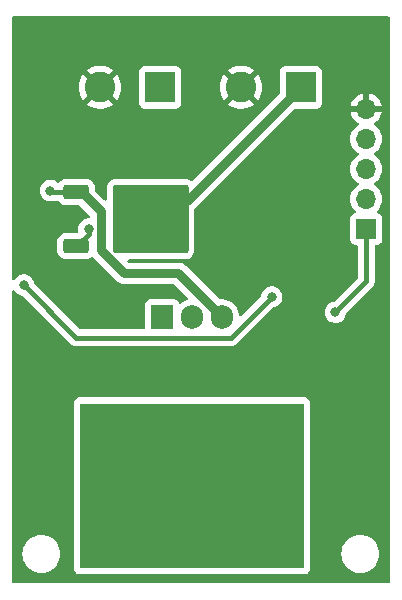
<source format=gbr>
%TF.GenerationSoftware,KiCad,Pcbnew,7.0.1*%
%TF.CreationDate,2023-06-22T21:15:45-04:00*%
%TF.ProjectId,lnbf-psu,6c6e6266-2d70-4737-952e-6b696361645f,1*%
%TF.SameCoordinates,Original*%
%TF.FileFunction,Copper,L2,Bot*%
%TF.FilePolarity,Positive*%
%FSLAX46Y46*%
G04 Gerber Fmt 4.6, Leading zero omitted, Abs format (unit mm)*
G04 Created by KiCad (PCBNEW 7.0.1) date 2023-06-22 21:15:45*
%MOMM*%
%LPD*%
G01*
G04 APERTURE LIST*
G04 Aperture macros list*
%AMRoundRect*
0 Rectangle with rounded corners*
0 $1 Rounding radius*
0 $2 $3 $4 $5 $6 $7 $8 $9 X,Y pos of 4 corners*
0 Add a 4 corners polygon primitive as box body*
4,1,4,$2,$3,$4,$5,$6,$7,$8,$9,$2,$3,0*
0 Add four circle primitives for the rounded corners*
1,1,$1+$1,$2,$3*
1,1,$1+$1,$4,$5*
1,1,$1+$1,$6,$7*
1,1,$1+$1,$8,$9*
0 Add four rect primitives between the rounded corners*
20,1,$1+$1,$2,$3,$4,$5,0*
20,1,$1+$1,$4,$5,$6,$7,0*
20,1,$1+$1,$6,$7,$8,$9,0*
20,1,$1+$1,$8,$9,$2,$3,0*%
G04 Aperture macros list end*
%TA.AperFunction,ComponentPad*%
%ADD10R,1.700000X1.700000*%
%TD*%
%TA.AperFunction,ComponentPad*%
%ADD11O,1.700000X1.700000*%
%TD*%
%TA.AperFunction,ComponentPad*%
%ADD12C,0.800000*%
%TD*%
%TA.AperFunction,SMDPad,CuDef*%
%ADD13R,19.000000X14.000000*%
%TD*%
%TA.AperFunction,ComponentPad*%
%ADD14R,2.600000X2.600000*%
%TD*%
%TA.AperFunction,ComponentPad*%
%ADD15C,2.600000*%
%TD*%
%TA.AperFunction,SMDPad,CuDef*%
%ADD16RoundRect,0.250000X-0.850000X-0.350000X0.850000X-0.350000X0.850000X0.350000X-0.850000X0.350000X0*%
%TD*%
%TA.AperFunction,SMDPad,CuDef*%
%ADD17RoundRect,0.250000X-1.275000X-1.125000X1.275000X-1.125000X1.275000X1.125000X-1.275000X1.125000X0*%
%TD*%
%TA.AperFunction,SMDPad,CuDef*%
%ADD18RoundRect,0.249997X-2.950003X-2.650003X2.950003X-2.650003X2.950003X2.650003X-2.950003X2.650003X0*%
%TD*%
%TA.AperFunction,ComponentPad*%
%ADD19R,1.905000X2.000000*%
%TD*%
%TA.AperFunction,ComponentPad*%
%ADD20O,1.905000X2.000000*%
%TD*%
%TA.AperFunction,ViaPad*%
%ADD21C,0.800000*%
%TD*%
%TA.AperFunction,Conductor*%
%ADD22C,0.800000*%
%TD*%
%TA.AperFunction,Conductor*%
%ADD23C,0.400000*%
%TD*%
G04 APERTURE END LIST*
D10*
%TO.P,J3,1,Pin_1*%
%TO.N,+5V*%
X173000000Y-110000000D03*
D11*
%TO.P,J3,2,Pin_2*%
%TO.N,unconnected-(J3-Pin_2-Pad2)*%
X173000000Y-107460000D03*
%TO.P,J3,3,Pin_3*%
%TO.N,Net-(J3-Pin_3)*%
X173000000Y-104920000D03*
%TO.P,J3,4,Pin_4*%
%TO.N,Net-(J3-Pin_4)*%
X173000000Y-102380000D03*
%TO.P,J3,5,Pin_5*%
%TO.N,GND*%
X173000000Y-99840000D03*
%TD*%
D12*
%TO.P,HS1,1*%
%TO.N,unconnected-(HS1-Pad1)*%
X150250000Y-137750000D03*
X152250000Y-137750000D03*
X154250000Y-137750000D03*
X156250000Y-137750000D03*
X158250000Y-137750000D03*
X160250000Y-137750000D03*
X162250000Y-137750000D03*
X164250000Y-137750000D03*
X166250000Y-137750000D03*
X150250000Y-135750000D03*
X152250000Y-135750000D03*
X154250000Y-135750000D03*
X162250000Y-135750000D03*
X164250000Y-135750000D03*
X166250000Y-135750000D03*
X150250000Y-133750000D03*
X152250000Y-133750000D03*
X154250000Y-133750000D03*
X162250000Y-133750000D03*
X164250000Y-133750000D03*
X166250000Y-133750000D03*
X150250000Y-131750000D03*
X152250000Y-131750000D03*
X154250000Y-131750000D03*
D13*
X158250000Y-131750000D03*
D12*
X162250000Y-131750000D03*
X164250000Y-131750000D03*
X166250000Y-131750000D03*
X150250000Y-129750000D03*
X152250000Y-129750000D03*
X154250000Y-129750000D03*
X156250000Y-129750000D03*
X158250000Y-129750000D03*
X160250000Y-129750000D03*
X162250000Y-129750000D03*
X164250000Y-129750000D03*
X166250000Y-129750000D03*
X150250000Y-127750000D03*
X152250000Y-127750000D03*
X154250000Y-127750000D03*
X156250000Y-127750000D03*
X158250000Y-127750000D03*
X160250000Y-127750000D03*
X162250000Y-127750000D03*
X164250000Y-127750000D03*
X166250000Y-127750000D03*
X150250000Y-125750000D03*
X152250000Y-125750000D03*
X154250000Y-125750000D03*
X156250000Y-125750000D03*
X158250000Y-125750000D03*
X160250000Y-125750000D03*
X162250000Y-125750000D03*
X164250000Y-125750000D03*
X166250000Y-125750000D03*
%TD*%
D14*
%TO.P,J1,1,Pin_1*%
%TO.N,Net-(J1-Pin_1)*%
X167465000Y-98000000D03*
D15*
%TO.P,J1,2,Pin_2*%
%TO.N,GND*%
X162385000Y-98000000D03*
%TD*%
D14*
%TO.P,J2,1,Pin_1*%
%TO.N,Net-(J2-Pin_1)*%
X155545000Y-98000000D03*
D15*
%TO.P,J2,2,Pin_2*%
%TO.N,GND*%
X150465000Y-98000000D03*
%TD*%
D16*
%TO.P,Q2,1,G*%
%TO.N,Net-(Q2-G)*%
X148437500Y-111455000D03*
D17*
%TO.P,Q2,2,S*%
%TO.N,Net-(J1-Pin_1)*%
X153062500Y-107650000D03*
X153062500Y-110700000D03*
D18*
X154737500Y-109175000D03*
D17*
X156412500Y-107650000D03*
X156412500Y-110700000D03*
D16*
%TO.P,Q2,3,D*%
%TO.N,Net-(Q2-D)*%
X148437500Y-106895000D03*
%TD*%
D19*
%TO.P,U1,1,ADJ*%
%TO.N,Net-(U1-ADJ)*%
X155710000Y-117450000D03*
D20*
%TO.P,U1,2,VO*%
%TO.N,Net-(J2-Pin_1)*%
X158250000Y-117450000D03*
%TO.P,U1,3,VI*%
%TO.N,Net-(Q2-D)*%
X160790000Y-117450000D03*
%TD*%
D21*
%TO.N,Net-(Q2-D)*%
X146250000Y-106750000D03*
%TO.N,GND*%
X145000000Y-95000000D03*
X145000000Y-124000000D03*
X147000000Y-130000000D03*
X171000000Y-99000000D03*
X174200000Y-122800000D03*
X165100000Y-118200000D03*
X145000000Y-130000000D03*
X169000000Y-117000000D03*
X173000000Y-97000000D03*
X171000000Y-95000000D03*
X162000000Y-106000000D03*
X171000000Y-97000000D03*
X145000000Y-93000000D03*
X172500000Y-119750000D03*
X165600000Y-113200000D03*
X173000000Y-93000000D03*
X151000000Y-102000000D03*
X166000000Y-106000000D03*
X151000000Y-104000000D03*
X166000000Y-104000000D03*
X170000000Y-104000000D03*
X147000000Y-128000000D03*
X147000000Y-126000000D03*
X153000000Y-102000000D03*
X145000000Y-128000000D03*
X168000000Y-104000000D03*
X145000000Y-126000000D03*
X173000000Y-95000000D03*
X170000000Y-106000000D03*
X168000000Y-106000000D03*
X164000000Y-108000000D03*
X149000000Y-102000000D03*
X149000000Y-104000000D03*
X164000000Y-106000000D03*
X147000000Y-124000000D03*
X164000000Y-104000000D03*
%TO.N,+5V*%
X170387655Y-117048846D03*
%TO.N,Net-(J3-Pin_3)*%
X165000000Y-115750000D03*
X144000000Y-114750000D03*
%TO.N,Net-(Q2-G)*%
X149500000Y-110000000D03*
%TD*%
D22*
%TO.N,Net-(Q2-D)*%
X157090000Y-113750000D02*
X160790000Y-117450000D01*
X152500000Y-113750000D02*
X157090000Y-113750000D01*
D23*
X146395000Y-106895000D02*
X146250000Y-106750000D01*
X148437500Y-106895000D02*
X146395000Y-106895000D01*
D22*
X148437500Y-106895000D02*
X148895000Y-106895000D01*
X150500000Y-111750000D02*
X152500000Y-113750000D01*
X150500000Y-108500000D02*
X150500000Y-111750000D01*
X148895000Y-106895000D02*
X150500000Y-108500000D01*
D23*
%TO.N,GND*%
X167800000Y-118200000D02*
X169000000Y-117000000D01*
X165100000Y-118200000D02*
X167800000Y-118200000D01*
D22*
%TO.N,Net-(J1-Pin_1)*%
X156412500Y-107650000D02*
X157815000Y-107650000D01*
X157815000Y-107650000D02*
X167465000Y-98000000D01*
D23*
%TO.N,+5V*%
X173000000Y-114436501D02*
X173000000Y-110000000D01*
X170387655Y-117048846D02*
X173000000Y-114436501D01*
%TO.N,Net-(J3-Pin_3)*%
X148450000Y-119200000D02*
X161550000Y-119200000D01*
X161550000Y-119200000D02*
X165000000Y-115750000D01*
X144000000Y-114750000D02*
X148450000Y-119200000D01*
%TO.N,Net-(Q2-G)*%
X149500000Y-110392500D02*
X148437500Y-111455000D01*
X149500000Y-110000000D02*
X149500000Y-110392500D01*
%TD*%
%TA.AperFunction,Conductor*%
%TO.N,GND*%
G36*
X174937500Y-92017113D02*
G01*
X174982887Y-92062500D01*
X174999500Y-92124500D01*
X174999500Y-139875500D01*
X174982887Y-139937500D01*
X174937500Y-139982887D01*
X174875500Y-139999500D01*
X143124500Y-139999500D01*
X143062500Y-139982887D01*
X143017113Y-139937500D01*
X143000500Y-139875500D01*
X143000500Y-137499999D01*
X143894551Y-137499999D01*
X143914317Y-137751149D01*
X143973126Y-137996110D01*
X144021330Y-138112484D01*
X144069534Y-138228859D01*
X144201164Y-138443659D01*
X144364776Y-138635224D01*
X144556341Y-138798836D01*
X144771141Y-138930466D01*
X145003889Y-139026873D01*
X145248852Y-139085683D01*
X145437118Y-139100500D01*
X145562879Y-139100500D01*
X145562882Y-139100500D01*
X145751148Y-139085683D01*
X145996111Y-139026873D01*
X146228859Y-138930466D01*
X146443659Y-138798836D01*
X146444791Y-138797869D01*
X148249500Y-138797869D01*
X148255909Y-138857483D01*
X148306204Y-138992331D01*
X148392454Y-139107546D01*
X148507669Y-139193796D01*
X148642517Y-139244091D01*
X148702127Y-139250500D01*
X167797872Y-139250499D01*
X167857483Y-139244091D01*
X167992331Y-139193796D01*
X168107546Y-139107546D01*
X168193796Y-138992331D01*
X168244091Y-138857483D01*
X168250500Y-138797873D01*
X168250500Y-137499999D01*
X170894551Y-137499999D01*
X170914317Y-137751149D01*
X170973126Y-137996110D01*
X171021330Y-138112484D01*
X171069534Y-138228859D01*
X171201164Y-138443659D01*
X171364776Y-138635224D01*
X171556341Y-138798836D01*
X171771141Y-138930466D01*
X172003889Y-139026873D01*
X172248852Y-139085683D01*
X172437118Y-139100500D01*
X172562879Y-139100500D01*
X172562882Y-139100500D01*
X172751148Y-139085683D01*
X172996111Y-139026873D01*
X173228859Y-138930466D01*
X173443659Y-138798836D01*
X173635224Y-138635224D01*
X173798836Y-138443659D01*
X173930466Y-138228859D01*
X174026873Y-137996111D01*
X174085683Y-137751148D01*
X174105449Y-137500000D01*
X174085683Y-137248852D01*
X174026873Y-137003889D01*
X173930466Y-136771141D01*
X173798836Y-136556341D01*
X173635224Y-136364776D01*
X173443659Y-136201164D01*
X173228859Y-136069534D01*
X173112484Y-136021330D01*
X172996110Y-135973126D01*
X172751149Y-135914317D01*
X172704081Y-135910612D01*
X172562882Y-135899500D01*
X172437118Y-135899500D01*
X172324158Y-135908390D01*
X172248850Y-135914317D01*
X172003889Y-135973126D01*
X171771139Y-136069535D01*
X171556342Y-136201163D01*
X171364776Y-136364776D01*
X171201163Y-136556342D01*
X171069535Y-136771139D01*
X170973126Y-137003889D01*
X170914317Y-137248850D01*
X170894551Y-137499999D01*
X168250500Y-137499999D01*
X168250499Y-124702128D01*
X168244091Y-124642517D01*
X168193796Y-124507669D01*
X168107546Y-124392454D01*
X167992331Y-124306204D01*
X167857483Y-124255909D01*
X167797873Y-124249500D01*
X167797869Y-124249500D01*
X148702130Y-124249500D01*
X148642515Y-124255909D01*
X148507669Y-124306204D01*
X148392454Y-124392454D01*
X148306204Y-124507668D01*
X148255909Y-124642516D01*
X148249500Y-124702130D01*
X148249500Y-138797869D01*
X146444791Y-138797869D01*
X146635224Y-138635224D01*
X146798836Y-138443659D01*
X146930466Y-138228859D01*
X147026873Y-137996111D01*
X147085683Y-137751148D01*
X147105449Y-137500000D01*
X147085683Y-137248852D01*
X147026873Y-137003889D01*
X146930466Y-136771141D01*
X146798836Y-136556341D01*
X146635224Y-136364776D01*
X146443659Y-136201164D01*
X146228859Y-136069534D01*
X146112484Y-136021330D01*
X145996110Y-135973126D01*
X145751149Y-135914317D01*
X145704081Y-135910612D01*
X145562882Y-135899500D01*
X145437118Y-135899500D01*
X145324158Y-135908390D01*
X145248850Y-135914317D01*
X145003889Y-135973126D01*
X144771139Y-136069535D01*
X144556342Y-136201163D01*
X144364776Y-136364776D01*
X144201163Y-136556342D01*
X144069535Y-136771139D01*
X143973126Y-137003889D01*
X143914317Y-137248850D01*
X143894551Y-137499999D01*
X143000500Y-137499999D01*
X143000500Y-115282590D01*
X143017113Y-115220590D01*
X143062500Y-115175203D01*
X143124500Y-115158590D01*
X143186500Y-115175203D01*
X143231887Y-115220590D01*
X143267466Y-115282216D01*
X143394129Y-115422889D01*
X143547269Y-115534151D01*
X143720197Y-115611144D01*
X143875126Y-115644075D01*
X143908513Y-115656391D01*
X143937027Y-115677684D01*
X147937058Y-119677715D01*
X147942178Y-119683153D01*
X147982071Y-119728183D01*
X147982072Y-119728184D01*
X148031569Y-119762349D01*
X148037602Y-119766788D01*
X148084943Y-119803877D01*
X148094174Y-119808031D01*
X148113726Y-119819058D01*
X148122070Y-119824818D01*
X148178322Y-119846151D01*
X148185228Y-119849012D01*
X148240068Y-119873694D01*
X148250030Y-119875519D01*
X148271650Y-119881546D01*
X148281125Y-119885139D01*
X148281128Y-119885140D01*
X148340856Y-119892392D01*
X148348201Y-119893509D01*
X148407394Y-119904357D01*
X148467422Y-119900726D01*
X148474910Y-119900500D01*
X161525079Y-119900500D01*
X161532566Y-119900726D01*
X161535706Y-119900915D01*
X161592606Y-119904358D01*
X161651782Y-119893513D01*
X161659181Y-119892387D01*
X161718872Y-119885140D01*
X161728335Y-119881550D01*
X161749958Y-119875522D01*
X161759932Y-119873695D01*
X161814808Y-119848996D01*
X161821673Y-119846152D01*
X161877930Y-119824818D01*
X161886270Y-119819060D01*
X161905819Y-119808035D01*
X161915057Y-119803878D01*
X161962413Y-119766775D01*
X161968420Y-119762355D01*
X162017929Y-119728183D01*
X162057823Y-119683150D01*
X162062924Y-119677731D01*
X164691810Y-117048846D01*
X169482195Y-117048846D01*
X169492088Y-117142974D01*
X169501981Y-117237103D01*
X169560475Y-117417130D01*
X169655121Y-117581062D01*
X169781784Y-117721735D01*
X169934924Y-117832997D01*
X170107852Y-117909990D01*
X170293007Y-117949346D01*
X170293009Y-117949346D01*
X170482301Y-117949346D01*
X170482303Y-117949346D01*
X170605739Y-117923108D01*
X170667458Y-117909990D01*
X170840385Y-117832997D01*
X170993526Y-117721734D01*
X171120188Y-117581062D01*
X171214834Y-117417130D01*
X171273329Y-117237102D01*
X171278519Y-117187712D01*
X171289918Y-117147296D01*
X171314155Y-117113001D01*
X173477731Y-114949425D01*
X173483150Y-114944324D01*
X173528183Y-114904430D01*
X173562377Y-114854890D01*
X173566770Y-114848920D01*
X173603878Y-114801557D01*
X173608035Y-114792319D01*
X173619061Y-114772769D01*
X173624818Y-114764431D01*
X173646152Y-114708175D01*
X173648994Y-114701312D01*
X173673695Y-114646432D01*
X173675522Y-114636457D01*
X173681549Y-114614840D01*
X173685140Y-114605373D01*
X173692387Y-114545680D01*
X173693514Y-114538278D01*
X173704358Y-114479107D01*
X173700726Y-114419067D01*
X173700500Y-114411580D01*
X173700500Y-111474499D01*
X173717113Y-111412499D01*
X173762500Y-111367112D01*
X173824500Y-111350499D01*
X173897870Y-111350499D01*
X173897872Y-111350499D01*
X173957483Y-111344091D01*
X174092331Y-111293796D01*
X174207546Y-111207546D01*
X174293796Y-111092331D01*
X174344091Y-110957483D01*
X174350500Y-110897873D01*
X174350499Y-109102128D01*
X174344091Y-109042517D01*
X174293796Y-108907669D01*
X174207546Y-108792454D01*
X174092331Y-108706204D01*
X174030898Y-108683291D01*
X173960916Y-108657189D01*
X173910537Y-108622209D01*
X173883084Y-108567365D01*
X173885273Y-108506072D01*
X173916566Y-108453329D01*
X174038495Y-108331401D01*
X174174035Y-108137830D01*
X174273903Y-107923663D01*
X174335063Y-107695408D01*
X174355659Y-107460000D01*
X174335063Y-107224592D01*
X174273903Y-106996337D01*
X174174035Y-106782171D01*
X174038495Y-106588599D01*
X173871401Y-106421505D01*
X173685839Y-106291573D01*
X173646974Y-106247255D01*
X173632964Y-106189999D01*
X173646975Y-106132742D01*
X173685837Y-106088428D01*
X173871401Y-105958495D01*
X174038495Y-105791401D01*
X174174035Y-105597830D01*
X174273903Y-105383663D01*
X174335063Y-105155408D01*
X174355659Y-104920000D01*
X174335063Y-104684592D01*
X174273903Y-104456337D01*
X174174035Y-104242171D01*
X174038495Y-104048599D01*
X173871401Y-103881505D01*
X173685839Y-103751573D01*
X173646976Y-103707257D01*
X173632965Y-103650000D01*
X173646976Y-103592743D01*
X173685839Y-103548426D01*
X173871401Y-103418495D01*
X174038495Y-103251401D01*
X174174035Y-103057830D01*
X174273903Y-102843663D01*
X174335063Y-102615408D01*
X174355659Y-102380000D01*
X174335063Y-102144592D01*
X174273903Y-101916337D01*
X174174035Y-101702171D01*
X174038495Y-101508599D01*
X173871401Y-101341505D01*
X173685402Y-101211267D01*
X173646539Y-101166951D01*
X173632528Y-101109694D01*
X173646539Y-101052437D01*
X173685405Y-101008119D01*
X173871078Y-100878109D01*
X174038106Y-100711081D01*
X174173600Y-100517576D01*
X174273430Y-100303492D01*
X174330636Y-100090000D01*
X171669364Y-100090000D01*
X171726569Y-100303492D01*
X171826399Y-100517576D01*
X171961893Y-100711081D01*
X172128918Y-100878106D01*
X172314595Y-101008119D01*
X172353460Y-101052437D01*
X172367471Y-101109694D01*
X172353460Y-101166951D01*
X172314595Y-101211269D01*
X172128595Y-101341508D01*
X171961505Y-101508598D01*
X171825965Y-101702170D01*
X171726097Y-101916336D01*
X171664936Y-102144592D01*
X171644340Y-102379999D01*
X171664936Y-102615407D01*
X171709709Y-102782501D01*
X171726097Y-102843663D01*
X171825965Y-103057830D01*
X171961505Y-103251401D01*
X172128599Y-103418495D01*
X172314160Y-103548426D01*
X172353024Y-103592743D01*
X172367035Y-103650000D01*
X172353024Y-103707257D01*
X172314159Y-103751575D01*
X172128595Y-103881508D01*
X171961505Y-104048598D01*
X171825965Y-104242170D01*
X171726097Y-104456336D01*
X171664936Y-104684592D01*
X171644340Y-104920000D01*
X171664936Y-105155407D01*
X171709709Y-105322501D01*
X171726097Y-105383663D01*
X171825965Y-105597830D01*
X171961505Y-105791401D01*
X172128599Y-105958495D01*
X172314160Y-106088426D01*
X172353024Y-106132743D01*
X172367035Y-106190000D01*
X172353024Y-106247257D01*
X172314159Y-106291575D01*
X172128595Y-106421508D01*
X171961505Y-106588598D01*
X171825965Y-106782170D01*
X171726097Y-106996336D01*
X171664936Y-107224592D01*
X171644340Y-107459999D01*
X171664936Y-107695407D01*
X171703067Y-107837712D01*
X171726097Y-107923663D01*
X171825965Y-108137830D01*
X171961505Y-108331401D01*
X171961508Y-108331404D01*
X172083430Y-108453326D01*
X172114726Y-108506072D01*
X172116915Y-108567365D01*
X172089462Y-108622209D01*
X172039083Y-108657189D01*
X171907669Y-108706204D01*
X171792454Y-108792454D01*
X171706204Y-108907668D01*
X171655909Y-109042515D01*
X171655909Y-109042517D01*
X171649672Y-109100532D01*
X171649500Y-109102130D01*
X171649500Y-110897869D01*
X171655341Y-110952202D01*
X171655909Y-110957483D01*
X171706204Y-111092331D01*
X171792454Y-111207546D01*
X171907669Y-111293796D01*
X172042517Y-111344091D01*
X172102127Y-111350500D01*
X172175500Y-111350500D01*
X172237500Y-111367113D01*
X172282887Y-111412500D01*
X172299500Y-111474500D01*
X172299500Y-114094982D01*
X172290061Y-114142435D01*
X172263181Y-114182663D01*
X170324682Y-116121161D01*
X170296169Y-116142453D01*
X170262782Y-116154770D01*
X170107852Y-116187701D01*
X169934924Y-116264694D01*
X169781784Y-116375956D01*
X169655121Y-116516629D01*
X169560475Y-116680561D01*
X169501981Y-116860588D01*
X169501980Y-116860590D01*
X169501981Y-116860590D01*
X169482195Y-117048846D01*
X164691810Y-117048846D01*
X165062975Y-116677681D01*
X165091486Y-116656391D01*
X165124872Y-116644075D01*
X165279803Y-116611144D01*
X165452730Y-116534151D01*
X165605871Y-116422888D01*
X165732533Y-116282216D01*
X165827179Y-116118284D01*
X165885674Y-115938256D01*
X165905460Y-115750000D01*
X165885674Y-115561744D01*
X165827179Y-115381716D01*
X165827179Y-115381715D01*
X165732533Y-115217783D01*
X165605870Y-115077110D01*
X165452730Y-114965848D01*
X165279802Y-114888855D01*
X165094648Y-114849500D01*
X165094646Y-114849500D01*
X164905354Y-114849500D01*
X164905352Y-114849500D01*
X164720197Y-114888855D01*
X164547269Y-114965848D01*
X164394129Y-115077110D01*
X164267466Y-115217783D01*
X164172820Y-115381715D01*
X164114325Y-115561746D01*
X164109134Y-115611129D01*
X164097734Y-115651549D01*
X164073495Y-115685846D01*
X162445476Y-117313866D01*
X162384494Y-117347276D01*
X162315117Y-117342609D01*
X162259160Y-117301332D01*
X162234219Y-117236425D01*
X162228095Y-117162528D01*
X162228095Y-117162524D01*
X162168983Y-116929095D01*
X162072255Y-116708578D01*
X161940551Y-116506990D01*
X161777463Y-116329829D01*
X161587439Y-116181928D01*
X161375664Y-116067321D01*
X161375660Y-116067319D01*
X161375659Y-116067319D01*
X161147915Y-115989134D01*
X160910399Y-115949500D01*
X160669601Y-115949500D01*
X160641199Y-115954239D01*
X160582960Y-115950018D01*
X160533110Y-115919611D01*
X157783764Y-113170265D01*
X157771125Y-113155467D01*
X157762888Y-113144129D01*
X157712482Y-113098743D01*
X157707773Y-113094274D01*
X157693382Y-113079883D01*
X157677556Y-113067066D01*
X157672626Y-113062855D01*
X157622215Y-113017466D01*
X157610076Y-113010458D01*
X157594043Y-112999439D01*
X157583149Y-112990617D01*
X157583147Y-112990616D01*
X157583146Y-112990615D01*
X157522713Y-112959823D01*
X157517008Y-112956725D01*
X157458283Y-112922820D01*
X157444953Y-112918489D01*
X157426974Y-112911042D01*
X157414487Y-112904679D01*
X157348976Y-112887125D01*
X157342754Y-112885282D01*
X157278254Y-112864325D01*
X157264315Y-112862860D01*
X157245187Y-112859315D01*
X157231645Y-112855686D01*
X157163909Y-112852136D01*
X157157445Y-112851627D01*
X157137198Y-112849500D01*
X157137192Y-112849500D01*
X157116826Y-112849500D01*
X157110337Y-112849330D01*
X157105375Y-112849069D01*
X157042612Y-112845781D01*
X157042611Y-112845781D01*
X157035076Y-112846974D01*
X157028771Y-112847973D01*
X157009374Y-112849500D01*
X152924361Y-112849500D01*
X152876908Y-112840061D01*
X152836680Y-112813181D01*
X152810680Y-112787181D01*
X152780430Y-112737818D01*
X152775888Y-112680102D01*
X152798043Y-112626615D01*
X152842066Y-112589015D01*
X152898361Y-112575500D01*
X157737512Y-112575500D01*
X157840300Y-112564999D01*
X158006836Y-112509815D01*
X158039263Y-112489814D01*
X158156157Y-112417712D01*
X158280212Y-112293657D01*
X158372314Y-112144338D01*
X158427499Y-111977799D01*
X158429543Y-111957797D01*
X158438000Y-111875012D01*
X158438000Y-108355999D01*
X158448720Y-108305564D01*
X158479027Y-108263850D01*
X158487886Y-108255873D01*
X158487886Y-108255872D01*
X158487888Y-108255871D01*
X158496129Y-108244526D01*
X158508760Y-108229737D01*
X166901680Y-99836818D01*
X166941909Y-99809938D01*
X166989362Y-99800499D01*
X168812870Y-99800499D01*
X168812872Y-99800499D01*
X168872483Y-99794091D01*
X169007331Y-99743796D01*
X169122546Y-99657546D01*
X169173111Y-99590000D01*
X171669364Y-99590000D01*
X172750000Y-99590000D01*
X172750000Y-98509364D01*
X173250000Y-98509364D01*
X173250000Y-99590000D01*
X174330636Y-99590000D01*
X174330635Y-99589999D01*
X174273430Y-99376507D01*
X174173599Y-99162421D01*
X174038109Y-98968921D01*
X173871081Y-98801893D01*
X173677576Y-98666399D01*
X173463492Y-98566569D01*
X173250000Y-98509364D01*
X172750000Y-98509364D01*
X172749999Y-98509364D01*
X172536507Y-98566569D01*
X172322421Y-98666400D01*
X172128921Y-98801890D01*
X171961890Y-98968921D01*
X171826400Y-99162421D01*
X171726569Y-99376507D01*
X171669364Y-99589999D01*
X171669364Y-99590000D01*
X169173111Y-99590000D01*
X169208796Y-99542331D01*
X169259091Y-99407483D01*
X169265500Y-99347873D01*
X169265499Y-96652128D01*
X169259091Y-96592517D01*
X169208796Y-96457669D01*
X169122546Y-96342454D01*
X169007331Y-96256204D01*
X168872483Y-96205909D01*
X168812873Y-96199500D01*
X168812869Y-96199500D01*
X166117130Y-96199500D01*
X166057515Y-96205909D01*
X165922669Y-96256204D01*
X165807454Y-96342454D01*
X165721204Y-96457668D01*
X165670909Y-96592516D01*
X165664500Y-96652131D01*
X165664500Y-98475637D01*
X165655061Y-98523090D01*
X165628181Y-98563318D01*
X158289225Y-105902273D01*
X158242823Y-105931520D01*
X158188343Y-105937887D01*
X158136447Y-105920130D01*
X158006838Y-105840185D01*
X157840299Y-105785000D01*
X157737512Y-105774500D01*
X151737488Y-105774500D01*
X151634700Y-105785000D01*
X151468161Y-105840185D01*
X151318842Y-105932287D01*
X151194787Y-106056342D01*
X151102685Y-106205661D01*
X151047500Y-106372200D01*
X151037000Y-106474988D01*
X151037000Y-107464138D01*
X151023485Y-107520433D01*
X150985885Y-107564456D01*
X150932398Y-107586611D01*
X150874682Y-107582069D01*
X150825319Y-107551819D01*
X150074318Y-106800819D01*
X150047438Y-106760591D01*
X150037999Y-106713138D01*
X150037999Y-106494991D01*
X150027499Y-106392203D01*
X149994154Y-106291575D01*
X149972314Y-106225666D01*
X149880686Y-106077112D01*
X149880211Y-106076342D01*
X149756157Y-105952288D01*
X149606834Y-105860186D01*
X149440297Y-105805000D01*
X149337509Y-105794500D01*
X147537491Y-105794500D01*
X147434703Y-105805000D01*
X147268165Y-105860186D01*
X147118842Y-105952288D01*
X147010772Y-106060359D01*
X146961409Y-106090609D01*
X146903693Y-106095151D01*
X146850206Y-106072996D01*
X146702730Y-105965849D01*
X146702729Y-105965848D01*
X146702727Y-105965847D01*
X146529802Y-105888855D01*
X146344648Y-105849500D01*
X146344646Y-105849500D01*
X146155354Y-105849500D01*
X146155352Y-105849500D01*
X145970197Y-105888855D01*
X145797269Y-105965848D01*
X145644129Y-106077110D01*
X145517466Y-106217783D01*
X145422820Y-106381715D01*
X145364326Y-106561742D01*
X145344540Y-106749999D01*
X145364326Y-106938257D01*
X145422820Y-107118284D01*
X145517466Y-107282216D01*
X145644129Y-107422889D01*
X145797269Y-107534151D01*
X145970197Y-107611144D01*
X146155352Y-107650500D01*
X146155354Y-107650500D01*
X146344646Y-107650500D01*
X146344648Y-107650500D01*
X146529801Y-107611145D01*
X146540863Y-107606220D01*
X146591298Y-107595500D01*
X146852702Y-107595500D01*
X146913134Y-107611223D01*
X146958241Y-107654404D01*
X146994788Y-107713657D01*
X147118842Y-107837711D01*
X147118844Y-107837712D01*
X147268166Y-107929814D01*
X147379517Y-107966712D01*
X147434702Y-107984999D01*
X147445203Y-107986071D01*
X147537491Y-107995500D01*
X148670638Y-107995499D01*
X148718091Y-108004938D01*
X148758319Y-108031818D01*
X149563181Y-108836681D01*
X149590061Y-108876909D01*
X149599500Y-108924362D01*
X149599500Y-108975500D01*
X149582887Y-109037500D01*
X149537500Y-109082887D01*
X149475500Y-109099500D01*
X149405352Y-109099500D01*
X149220197Y-109138855D01*
X149047269Y-109215848D01*
X148894129Y-109327110D01*
X148767466Y-109467783D01*
X148672820Y-109631715D01*
X148614326Y-109811742D01*
X148594540Y-109999999D01*
X148614326Y-110188259D01*
X148615187Y-110190906D01*
X148615534Y-110199746D01*
X148615689Y-110201218D01*
X148615592Y-110201228D01*
X148617830Y-110258171D01*
X148584937Y-110316904D01*
X148583660Y-110318181D01*
X148543432Y-110345061D01*
X148495979Y-110354500D01*
X147537491Y-110354500D01*
X147434703Y-110365000D01*
X147268165Y-110420186D01*
X147118842Y-110512288D01*
X146994788Y-110636342D01*
X146902686Y-110785665D01*
X146847500Y-110952202D01*
X146837000Y-111054990D01*
X146837000Y-111855008D01*
X146847500Y-111957796D01*
X146902686Y-112124334D01*
X146994788Y-112273657D01*
X147118842Y-112397711D01*
X147147239Y-112415226D01*
X147268166Y-112489814D01*
X147379517Y-112526712D01*
X147434702Y-112544999D01*
X147445202Y-112546071D01*
X147537491Y-112555500D01*
X149337508Y-112555499D01*
X149440297Y-112544999D01*
X149606834Y-112489814D01*
X149742257Y-112406284D01*
X149796306Y-112388318D01*
X149852689Y-112396411D01*
X149882328Y-112416953D01*
X149883583Y-112415226D01*
X149905467Y-112431125D01*
X149920265Y-112443764D01*
X151806235Y-114329734D01*
X151818873Y-114344531D01*
X151827111Y-114355871D01*
X151877516Y-114401255D01*
X151882224Y-114405723D01*
X151896620Y-114420119D01*
X151912461Y-114432947D01*
X151917355Y-114437127D01*
X151967784Y-114482533D01*
X151967786Y-114482534D01*
X151967787Y-114482535D01*
X151979916Y-114489537D01*
X151995958Y-114500562D01*
X152006850Y-114509383D01*
X152029345Y-114520844D01*
X152067292Y-114540178D01*
X152072949Y-114543249D01*
X152131716Y-114577179D01*
X152145053Y-114581512D01*
X152163020Y-114588955D01*
X152175512Y-114595320D01*
X152175514Y-114595321D01*
X152241028Y-114612876D01*
X152247251Y-114614719D01*
X152311744Y-114635674D01*
X152325686Y-114637138D01*
X152344815Y-114640684D01*
X152358354Y-114644313D01*
X152426098Y-114647862D01*
X152432552Y-114648371D01*
X152452804Y-114650500D01*
X152452808Y-114650500D01*
X152473174Y-114650500D01*
X152479663Y-114650670D01*
X152547388Y-114654219D01*
X152561228Y-114652026D01*
X152580626Y-114650500D01*
X156665639Y-114650500D01*
X156713092Y-114659939D01*
X156753320Y-114686819D01*
X157873374Y-115806873D01*
X157904897Y-115860402D01*
X157906502Y-115922503D01*
X157877786Y-115977589D01*
X157825957Y-116011835D01*
X157664338Y-116067320D01*
X157664336Y-116067320D01*
X157664336Y-116067321D01*
X157452561Y-116181928D01*
X157452559Y-116181928D01*
X157452556Y-116181931D01*
X157310067Y-116292833D01*
X157257639Y-116316687D01*
X157200089Y-116314279D01*
X157149836Y-116286129D01*
X157117725Y-116238313D01*
X157106296Y-116207669D01*
X157020046Y-116092454D01*
X156904831Y-116006204D01*
X156769983Y-115955909D01*
X156710373Y-115949500D01*
X156710369Y-115949500D01*
X154709630Y-115949500D01*
X154650015Y-115955909D01*
X154515169Y-116006204D01*
X154399954Y-116092454D01*
X154313704Y-116207668D01*
X154285899Y-116282216D01*
X154263409Y-116342517D01*
X154257000Y-116402127D01*
X154257000Y-117417130D01*
X154257001Y-118375500D01*
X154240388Y-118437500D01*
X154195001Y-118482887D01*
X154133001Y-118499500D01*
X148791519Y-118499500D01*
X148744066Y-118490061D01*
X148703838Y-118463181D01*
X144926503Y-114685846D01*
X144902263Y-114651548D01*
X144890864Y-114611130D01*
X144885674Y-114561744D01*
X144838102Y-114415332D01*
X144827179Y-114381715D01*
X144732533Y-114217783D01*
X144605870Y-114077110D01*
X144452730Y-113965848D01*
X144279802Y-113888855D01*
X144094648Y-113849500D01*
X144094646Y-113849500D01*
X143905354Y-113849500D01*
X143905352Y-113849500D01*
X143720197Y-113888855D01*
X143547269Y-113965848D01*
X143394129Y-114077110D01*
X143267466Y-114217783D01*
X143231887Y-114279410D01*
X143186500Y-114324797D01*
X143124500Y-114341410D01*
X143062500Y-114324797D01*
X143017113Y-114279410D01*
X143000500Y-114217410D01*
X143000500Y-99438702D01*
X149379848Y-99438702D01*
X149562479Y-99563217D01*
X149805542Y-99680270D01*
X150063339Y-99759791D01*
X150330109Y-99800000D01*
X150599891Y-99800000D01*
X150866660Y-99759791D01*
X151124460Y-99680270D01*
X151367523Y-99563217D01*
X151550150Y-99438702D01*
X151459317Y-99347869D01*
X153744500Y-99347869D01*
X153747579Y-99376507D01*
X153750909Y-99407483D01*
X153801204Y-99542331D01*
X153887454Y-99657546D01*
X154002669Y-99743796D01*
X154137517Y-99794091D01*
X154197127Y-99800500D01*
X156892872Y-99800499D01*
X156952483Y-99794091D01*
X157087331Y-99743796D01*
X157202546Y-99657546D01*
X157288796Y-99542331D01*
X157327447Y-99438702D01*
X161299848Y-99438702D01*
X161482479Y-99563217D01*
X161725542Y-99680270D01*
X161983339Y-99759791D01*
X162250109Y-99800000D01*
X162519891Y-99800000D01*
X162786660Y-99759791D01*
X163044460Y-99680270D01*
X163287523Y-99563217D01*
X163470150Y-99438702D01*
X162385000Y-98353553D01*
X161299848Y-99438702D01*
X157327447Y-99438702D01*
X157339091Y-99407483D01*
X157345500Y-99347873D01*
X157345499Y-97999999D01*
X160579952Y-97999999D01*
X160600113Y-98269026D01*
X160660146Y-98532049D01*
X160758708Y-98783178D01*
X160893598Y-99016816D01*
X160947295Y-99084150D01*
X162031447Y-98000001D01*
X162031447Y-98000000D01*
X162738553Y-98000000D01*
X163822703Y-99084151D01*
X163822704Y-99084150D01*
X163876400Y-99016818D01*
X164011291Y-98783178D01*
X164109853Y-98532049D01*
X164169886Y-98269026D01*
X164190047Y-97999999D01*
X164169886Y-97730973D01*
X164109853Y-97467950D01*
X164011291Y-97216821D01*
X163876398Y-96983178D01*
X163822704Y-96915847D01*
X162738553Y-98000000D01*
X162031447Y-98000000D01*
X160947295Y-96915848D01*
X160893598Y-96983182D01*
X160758708Y-97216821D01*
X160660146Y-97467950D01*
X160600113Y-97730973D01*
X160579952Y-97999999D01*
X157345499Y-97999999D01*
X157345499Y-96652128D01*
X157339091Y-96592517D01*
X157327446Y-96561296D01*
X161299848Y-96561296D01*
X162385000Y-97646447D01*
X162385001Y-97646447D01*
X163470150Y-96561296D01*
X163287519Y-96436780D01*
X163044460Y-96319729D01*
X162786660Y-96240208D01*
X162519891Y-96200000D01*
X162250109Y-96200000D01*
X161983339Y-96240208D01*
X161725542Y-96319729D01*
X161482476Y-96436783D01*
X161299848Y-96561296D01*
X157327446Y-96561296D01*
X157288796Y-96457669D01*
X157202546Y-96342454D01*
X157087331Y-96256204D01*
X156952483Y-96205909D01*
X156892873Y-96199500D01*
X156892869Y-96199500D01*
X154197130Y-96199500D01*
X154137515Y-96205909D01*
X154002669Y-96256204D01*
X153887454Y-96342454D01*
X153801204Y-96457668D01*
X153750909Y-96592516D01*
X153744500Y-96652130D01*
X153744500Y-99347869D01*
X151459317Y-99347869D01*
X150465000Y-98353553D01*
X149379848Y-99438702D01*
X143000500Y-99438702D01*
X143000500Y-97999999D01*
X148659952Y-97999999D01*
X148680113Y-98269026D01*
X148740146Y-98532049D01*
X148838708Y-98783178D01*
X148973598Y-99016816D01*
X149027295Y-99084150D01*
X150111447Y-98000001D01*
X150818553Y-98000001D01*
X151902703Y-99084151D01*
X151902704Y-99084150D01*
X151956400Y-99016818D01*
X152091291Y-98783178D01*
X152189853Y-98532049D01*
X152249886Y-98269026D01*
X152270047Y-97999999D01*
X152249886Y-97730973D01*
X152189853Y-97467950D01*
X152091291Y-97216821D01*
X151956398Y-96983178D01*
X151902704Y-96915847D01*
X150818553Y-98000000D01*
X150818553Y-98000001D01*
X150111447Y-98000001D01*
X150111447Y-98000000D01*
X149027295Y-96915848D01*
X148973598Y-96983182D01*
X148838708Y-97216821D01*
X148740146Y-97467950D01*
X148680113Y-97730973D01*
X148659952Y-97999999D01*
X143000500Y-97999999D01*
X143000500Y-96561296D01*
X149379848Y-96561296D01*
X150465000Y-97646447D01*
X150465001Y-97646447D01*
X151550150Y-96561296D01*
X151367519Y-96436780D01*
X151124460Y-96319729D01*
X150866660Y-96240208D01*
X150599891Y-96200000D01*
X150330109Y-96200000D01*
X150063339Y-96240208D01*
X149805542Y-96319729D01*
X149562476Y-96436783D01*
X149379848Y-96561296D01*
X143000500Y-96561296D01*
X143000500Y-92124500D01*
X143017113Y-92062500D01*
X143062500Y-92017113D01*
X143124500Y-92000500D01*
X174875500Y-92000500D01*
X174937500Y-92017113D01*
G37*
%TD.AperFunction*%
%TD*%
M02*

</source>
